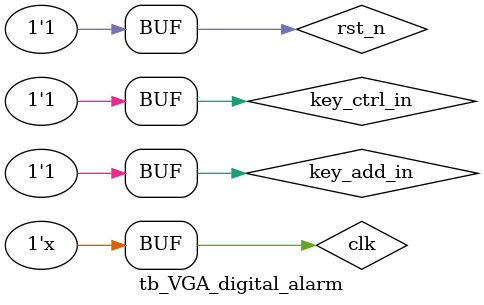
<source format=v>
`timescale 1ns/1ns
module tb_VGA_digital_alarm ();

reg clk;
reg rst_n;
reg key_ctrl_in;
reg key_add_in;   

initial begin
    clk = 1'b1;
    rst_n <= 1'b0;
    key_ctrl_in <= 1'b1;
    key_add_in <= 1'b1;
    #20
    rst_n <= 1'b1;
end

always #10 clk = ~ clk;

VGA_digital_alarm VGA_digital_alarm_INST
(
    .clk        (clk        ),
    .rst_n      (rst_n      ),
    .key_ctrl_in(key_ctrl_in),
    .key_add_in (key_add_in ),

    .hsync  (hsync  )  ,
    .vsync  (vsync  )  ,
    .rgb_565(rgb_565)
);

endmodule
</source>
